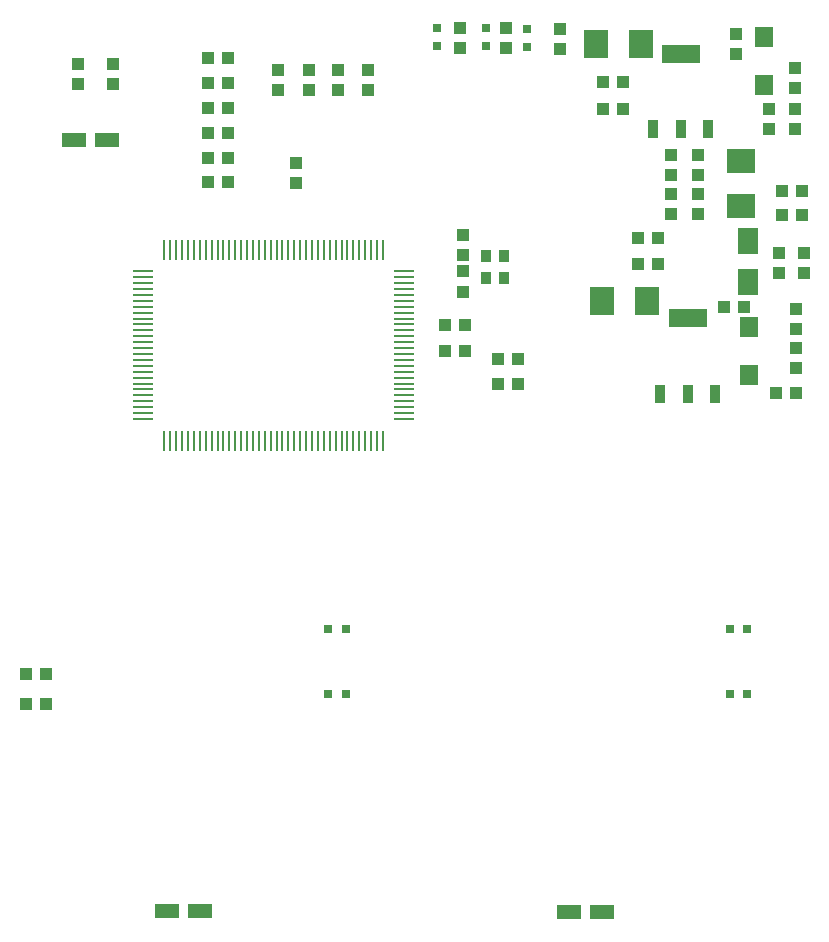
<source format=gtp>
G75*
%MOIN*%
%OFA0B0*%
%FSLAX25Y25*%
%IPPOS*%
%LPD*%
%AMOC8*
5,1,8,0,0,1.08239X$1,22.5*
%
%ADD10R,0.03500X0.06400*%
%ADD11R,0.12500X0.06400*%
%ADD12R,0.04331X0.03937*%
%ADD13R,0.03937X0.04331*%
%ADD14R,0.07874X0.04724*%
%ADD15R,0.07874X0.09449*%
%ADD16R,0.09449X0.07874*%
%ADD17R,0.06500X0.08600*%
%ADD18R,0.03150X0.03150*%
%ADD19R,0.01100X0.06900*%
%ADD20R,0.06900X0.01100*%
%ADD21R,0.03543X0.03937*%
%ADD22R,0.06000X0.06600*%
D10*
X0274275Y0210258D03*
X0283375Y0210258D03*
X0292475Y0210258D03*
X0290113Y0298447D03*
X0281013Y0298447D03*
X0271913Y0298447D03*
D11*
X0281013Y0323647D03*
X0283375Y0235458D03*
D12*
X0295461Y0239039D03*
X0302154Y0239039D03*
X0319595Y0238410D03*
X0319595Y0231717D03*
X0319595Y0225417D03*
X0319595Y0218725D03*
X0319398Y0210654D03*
X0312706Y0210654D03*
X0273335Y0253567D03*
X0266643Y0253567D03*
X0266643Y0262228D03*
X0273335Y0262228D03*
X0314674Y0269709D03*
X0321367Y0269709D03*
X0321367Y0277976D03*
X0314674Y0277976D03*
X0319202Y0298646D03*
X0319202Y0305339D03*
X0319202Y0312032D03*
X0319202Y0318725D03*
X0261918Y0314197D03*
X0255225Y0314197D03*
X0255225Y0305142D03*
X0261918Y0305142D03*
X0240855Y0325024D03*
X0240855Y0331717D03*
X0222745Y0332110D03*
X0222745Y0325417D03*
X0207391Y0325417D03*
X0207391Y0332110D03*
X0176682Y0318331D03*
X0176682Y0311638D03*
X0166839Y0311638D03*
X0166839Y0318331D03*
X0156997Y0318331D03*
X0156997Y0311638D03*
X0146761Y0311638D03*
X0146761Y0318331D03*
X0130028Y0322071D03*
X0123335Y0322071D03*
X0123335Y0297268D03*
X0130028Y0297268D03*
X0152666Y0287228D03*
X0152666Y0280536D03*
X0091643Y0313646D03*
X0091643Y0320339D03*
X0079989Y0320299D03*
X0079989Y0313606D03*
D13*
X0123335Y0313803D03*
X0130028Y0313803D03*
X0130028Y0305536D03*
X0123335Y0305536D03*
X0123335Y0289000D03*
X0130028Y0289000D03*
X0130028Y0280732D03*
X0123335Y0280732D03*
X0202469Y0233095D03*
X0209162Y0233095D03*
X0209162Y0224433D03*
X0202469Y0224433D03*
X0220186Y0221677D03*
X0226879Y0221677D03*
X0226879Y0213410D03*
X0220186Y0213410D03*
X0208572Y0244315D03*
X0208572Y0251008D03*
X0208572Y0256520D03*
X0208572Y0263213D03*
X0277863Y0270299D03*
X0277863Y0276992D03*
X0277863Y0283291D03*
X0277863Y0289984D03*
X0286918Y0289984D03*
X0286918Y0283291D03*
X0286918Y0276992D03*
X0286918Y0270299D03*
X0313690Y0257307D03*
X0313690Y0250614D03*
X0321957Y0250614D03*
X0321957Y0257307D03*
X0310540Y0298646D03*
X0310540Y0305339D03*
X0299517Y0323449D03*
X0299517Y0330142D03*
X0069438Y0116815D03*
X0062745Y0116815D03*
X0062666Y0106973D03*
X0069359Y0106973D03*
D14*
X0109700Y0037770D03*
X0120724Y0037770D03*
X0243873Y0037348D03*
X0254897Y0037348D03*
X0089831Y0294714D03*
X0078808Y0294714D03*
D15*
X0252666Y0326795D03*
X0267627Y0326795D03*
X0269738Y0241338D03*
X0254777Y0241338D03*
D16*
X0301091Y0272858D03*
X0301091Y0287819D03*
D17*
X0303454Y0261054D03*
X0303454Y0247654D03*
D18*
X0229831Y0325811D03*
X0229831Y0331717D03*
X0216052Y0332110D03*
X0216052Y0326205D03*
X0199910Y0326205D03*
X0199910Y0332110D03*
X0169398Y0131913D03*
X0163493Y0131913D03*
X0163493Y0110260D03*
X0169398Y0110260D03*
X0297351Y0110260D03*
X0303257Y0110260D03*
X0303257Y0131913D03*
X0297351Y0131913D03*
D19*
X0181741Y0194661D03*
X0179772Y0194661D03*
X0177804Y0194661D03*
X0175835Y0194661D03*
X0173867Y0194661D03*
X0171898Y0194661D03*
X0169930Y0194661D03*
X0167961Y0194661D03*
X0165993Y0194661D03*
X0164024Y0194661D03*
X0162056Y0194661D03*
X0160087Y0194661D03*
X0158119Y0194661D03*
X0156150Y0194661D03*
X0154182Y0194661D03*
X0152213Y0194661D03*
X0150245Y0194661D03*
X0148276Y0194661D03*
X0146308Y0194661D03*
X0144339Y0194661D03*
X0142371Y0194661D03*
X0140402Y0194661D03*
X0138434Y0194661D03*
X0136465Y0194661D03*
X0134497Y0194661D03*
X0132528Y0194661D03*
X0130560Y0194661D03*
X0128591Y0194661D03*
X0126623Y0194661D03*
X0124654Y0194661D03*
X0122686Y0194661D03*
X0120717Y0194661D03*
X0118749Y0194661D03*
X0116780Y0194661D03*
X0114812Y0194661D03*
X0112843Y0194661D03*
X0110875Y0194661D03*
X0108906Y0194661D03*
X0108906Y0258261D03*
X0110875Y0258261D03*
X0112843Y0258261D03*
X0114812Y0258261D03*
X0116780Y0258261D03*
X0118749Y0258261D03*
X0120717Y0258261D03*
X0122686Y0258261D03*
X0124654Y0258261D03*
X0126623Y0258261D03*
X0128591Y0258261D03*
X0130560Y0258261D03*
X0132528Y0258261D03*
X0134497Y0258261D03*
X0136465Y0258261D03*
X0138434Y0258261D03*
X0140402Y0258261D03*
X0142371Y0258261D03*
X0144339Y0258261D03*
X0146308Y0258261D03*
X0148276Y0258261D03*
X0150245Y0258261D03*
X0152213Y0258261D03*
X0154182Y0258261D03*
X0156150Y0258261D03*
X0158119Y0258261D03*
X0160087Y0258261D03*
X0162056Y0258261D03*
X0164024Y0258261D03*
X0165993Y0258261D03*
X0167961Y0258261D03*
X0169930Y0258261D03*
X0171898Y0258261D03*
X0173867Y0258261D03*
X0175835Y0258261D03*
X0177804Y0258261D03*
X0179772Y0258261D03*
X0181741Y0258261D03*
D20*
X0188924Y0251067D03*
X0188924Y0249099D03*
X0188924Y0247130D03*
X0188924Y0245162D03*
X0188924Y0243193D03*
X0188924Y0241225D03*
X0188924Y0239256D03*
X0188924Y0237287D03*
X0188924Y0235319D03*
X0188924Y0233350D03*
X0188924Y0231382D03*
X0188924Y0229413D03*
X0188924Y0227445D03*
X0188924Y0225476D03*
X0188924Y0223508D03*
X0188924Y0221539D03*
X0188924Y0219571D03*
X0188924Y0217602D03*
X0188924Y0215634D03*
X0188924Y0213665D03*
X0188924Y0211697D03*
X0188924Y0209728D03*
X0188924Y0207760D03*
X0188924Y0205791D03*
X0188924Y0203823D03*
X0188924Y0201854D03*
X0101724Y0201854D03*
X0101724Y0203823D03*
X0101724Y0205791D03*
X0101724Y0207760D03*
X0101724Y0209728D03*
X0101724Y0211697D03*
X0101724Y0213665D03*
X0101724Y0215634D03*
X0101724Y0217602D03*
X0101724Y0219571D03*
X0101724Y0221539D03*
X0101724Y0223508D03*
X0101724Y0225476D03*
X0101724Y0227445D03*
X0101724Y0229413D03*
X0101724Y0231382D03*
X0101724Y0233350D03*
X0101724Y0235319D03*
X0101724Y0237287D03*
X0101724Y0239256D03*
X0101724Y0241225D03*
X0101724Y0243193D03*
X0101724Y0245162D03*
X0101724Y0247130D03*
X0101724Y0249099D03*
X0101724Y0251067D03*
D21*
X0216150Y0248744D03*
X0222253Y0248744D03*
X0222253Y0256028D03*
X0216150Y0256028D03*
D22*
X0303690Y0232551D03*
X0303690Y0216551D03*
X0308926Y0313008D03*
X0308926Y0329008D03*
M02*

</source>
